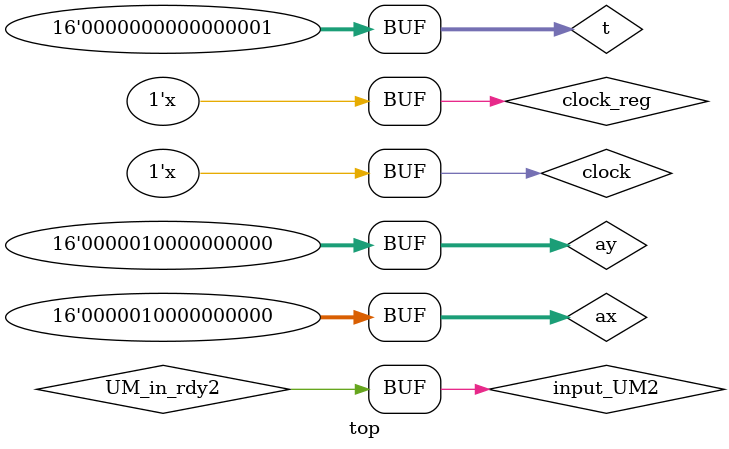
<source format=v>
`timescale 1ns / 1ps


module top;

wire clock;
reg clock_reg;
assign clock=clock_reg;

wire [15:0] x1,y1,vx1,vy1,ax,ay,t,x2,y2,vx2,vy2,x3,y3,vx3,vy3;

//Read test
wire input_read;
read_test RT(x1,y1,vx1,vy1,x2,y2,vx2,vy2,x3,y3,vx3,vy3,input_read);

//Assign values
reg [15:0] ax_reg,ay_reg;
assign ax    = 16'd1024;
assign ay    = 16'd1024;
assign t = 16'd1;   

//UM1 variables and instantiations
wire [15:0] UM_Vxin1,UM_Vyin1,xnew1,ynew1,vxnew1,vynew1;
wire UM_out_rdy1;
reg [15:0] Vxnew_UM1,Vynew_UM1;
wire UM_in_rdy1;
reg input_UM1 =1'b0;
assign UM_in_rdy1= input_UM1;
assign UM_Vxin1  = Vxnew_UM1;
assign UM_Vyin1  = Vynew_UM1;
update_module UM1 (x1, y1, UM_Vxin1, UM_Vyin1, ax, ay ,t,clock, UM_in_rdy1,UM_out_rdy1,xnew1, ynew1, vxnew1, vynew1);

//UM2 variables and instantiations
wire [15:0] UM_Vxin2,UM_Vyin2,xnew2,ynew2,vxnew2,vynew2;
wire UM_out_rdy2;
reg [15:0] Vxnew_UM2,Vynew_UM2;
wire UM_in_rdy2;
reg input_UM2 =1'b0;
assign UM_in_rdy2 = input_UM2;
assign UM_Vxin2   = Vxnew_UM2;
assign UM_Vyin2   = Vynew_UM2;
update_module UM2 (x2, y2, UM_Vxin2, UM_Vyin2, ax, ay ,t,clock, UM_in_rdy2,UM_out_rdy2,xnew2, ynew2, vxnew2, vynew2);

//UM3 variables and instantiations
wire [15:0] UM_Vxin3,UM_Vyin3,xnew3,ynew3,vxnew3,vynew3;
wire UM_out_rdy3;
reg [15:0] Vxnew_UM3,Vynew_UM3;
wire UM_in_rdy3;
reg input_UM3 =1'b0;
assign UM_in_rdy3 = input_UM3;
assign UM_Vxin3  =Vxnew_UM3;
assign UM_Vyin3 = Vynew_UM3;
update_module UM3 (x3, y3, UM_Vxin3, UM_Vyin3, ax, ay ,t,clock, UM_in_rdy3,UM_out_rdy3,xnew3, ynew3, vxnew3, vynew3);

//IG1 variables and instantiation
wire IG_in_rdy,IG_out_rdy;
reg  UM1_done,UM2_done,UM3_done;
assign IG_in_rdy=UM1_done & UM2_done & UM3_done;
Integrator I1(vx1,vy1,xnew1,ynew1,vxnew1,vynew1,xnew2,ynew2,vxnew2,vynew2,xnew3,ynew3,vxnew3,vynew3,IG_in_rdy,clock,IG_out_rdy);


always @(posedge input_read)   //Make input_check high for writing into UM from file
begin
        input_UM1 = 1'b1;
        Vxnew_UM1 = vx1;
        Vynew_UM1 = vy1;
        
        input_UM2 = 1'b1;
        Vxnew_UM2 = vx2;
        Vynew_UM2 = vy2;
 
        input_UM3 = 1'b1;
        Vxnew_UM3 = vx3;
        Vynew_UM3 = vy3;

end

always @(posedge UM_out_rdy1)
begin
    UM1_done <= 1'b1;
    #10;
    input_UM1 = 1'b0;
end

always @(posedge UM_out_rdy2)
begin
    UM2_done <= 1'b1;
    #10;
    input_UM2 = 1'b0;
end
always @(posedge UM_out_rdy3)
begin
    UM3_done <= 1'b1;
    #10;
    input_UM3 = 1'b0;
end
always @(posedge IG_out_rdy)
begin
UM1_done <=0;
UM2_done <=0;
UM3_done <=0;
end
always
    #50 clock_reg=~clock_reg;

initial
    clock_reg=0;


endmodule

</source>
